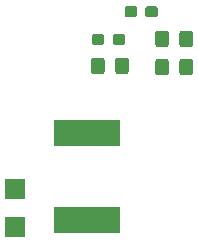
<source format=gbr>
G04 #@! TF.GenerationSoftware,KiCad,Pcbnew,(5.0.0-3-g5ebb6b6)*
G04 #@! TF.CreationDate,2019-01-13T20:11:43-05:00*
G04 #@! TF.ProjectId,phone_charger,70686F6E655F636861726765722E6B69,2*
G04 #@! TF.SameCoordinates,Original*
G04 #@! TF.FileFunction,Paste,Bot*
G04 #@! TF.FilePolarity,Positive*
%FSLAX46Y46*%
G04 Gerber Fmt 4.6, Leading zero omitted, Abs format (unit mm)*
G04 Created by KiCad (PCBNEW (5.0.0-3-g5ebb6b6)) date Sunday, January 13, 2019 at 08:11:43 PM*
%MOMM*%
%LPD*%
G01*
G04 APERTURE LIST*
%ADD10R,1.800000X1.800000*%
%ADD11C,0.100000*%
%ADD12C,0.950000*%
%ADD13C,1.150000*%
%ADD14R,5.600000X2.300000*%
G04 APERTURE END LIST*
D10*
G04 #@! TO.C,D2*
X90322400Y-82245200D03*
X90322400Y-79045200D03*
G04 #@! TD*
D11*
G04 #@! TO.C,R7*
G36*
X102158579Y-63584944D02*
X102181634Y-63588363D01*
X102204243Y-63594027D01*
X102226187Y-63601879D01*
X102247257Y-63611844D01*
X102267248Y-63623826D01*
X102285968Y-63637710D01*
X102303238Y-63653362D01*
X102318890Y-63670632D01*
X102332774Y-63689352D01*
X102344756Y-63709343D01*
X102354721Y-63730413D01*
X102362573Y-63752357D01*
X102368237Y-63774966D01*
X102371656Y-63798021D01*
X102372800Y-63821300D01*
X102372800Y-64296300D01*
X102371656Y-64319579D01*
X102368237Y-64342634D01*
X102362573Y-64365243D01*
X102354721Y-64387187D01*
X102344756Y-64408257D01*
X102332774Y-64428248D01*
X102318890Y-64446968D01*
X102303238Y-64464238D01*
X102285968Y-64479890D01*
X102267248Y-64493774D01*
X102247257Y-64505756D01*
X102226187Y-64515721D01*
X102204243Y-64523573D01*
X102181634Y-64529237D01*
X102158579Y-64532656D01*
X102135300Y-64533800D01*
X101560300Y-64533800D01*
X101537021Y-64532656D01*
X101513966Y-64529237D01*
X101491357Y-64523573D01*
X101469413Y-64515721D01*
X101448343Y-64505756D01*
X101428352Y-64493774D01*
X101409632Y-64479890D01*
X101392362Y-64464238D01*
X101376710Y-64446968D01*
X101362826Y-64428248D01*
X101350844Y-64408257D01*
X101340879Y-64387187D01*
X101333027Y-64365243D01*
X101327363Y-64342634D01*
X101323944Y-64319579D01*
X101322800Y-64296300D01*
X101322800Y-63821300D01*
X101323944Y-63798021D01*
X101327363Y-63774966D01*
X101333027Y-63752357D01*
X101340879Y-63730413D01*
X101350844Y-63709343D01*
X101362826Y-63689352D01*
X101376710Y-63670632D01*
X101392362Y-63653362D01*
X101409632Y-63637710D01*
X101428352Y-63623826D01*
X101448343Y-63611844D01*
X101469413Y-63601879D01*
X101491357Y-63594027D01*
X101513966Y-63588363D01*
X101537021Y-63584944D01*
X101560300Y-63583800D01*
X102135300Y-63583800D01*
X102158579Y-63584944D01*
X102158579Y-63584944D01*
G37*
D12*
X101847800Y-64058800D03*
D11*
G36*
X100408579Y-63584944D02*
X100431634Y-63588363D01*
X100454243Y-63594027D01*
X100476187Y-63601879D01*
X100497257Y-63611844D01*
X100517248Y-63623826D01*
X100535968Y-63637710D01*
X100553238Y-63653362D01*
X100568890Y-63670632D01*
X100582774Y-63689352D01*
X100594756Y-63709343D01*
X100604721Y-63730413D01*
X100612573Y-63752357D01*
X100618237Y-63774966D01*
X100621656Y-63798021D01*
X100622800Y-63821300D01*
X100622800Y-64296300D01*
X100621656Y-64319579D01*
X100618237Y-64342634D01*
X100612573Y-64365243D01*
X100604721Y-64387187D01*
X100594756Y-64408257D01*
X100582774Y-64428248D01*
X100568890Y-64446968D01*
X100553238Y-64464238D01*
X100535968Y-64479890D01*
X100517248Y-64493774D01*
X100497257Y-64505756D01*
X100476187Y-64515721D01*
X100454243Y-64523573D01*
X100431634Y-64529237D01*
X100408579Y-64532656D01*
X100385300Y-64533800D01*
X99810300Y-64533800D01*
X99787021Y-64532656D01*
X99763966Y-64529237D01*
X99741357Y-64523573D01*
X99719413Y-64515721D01*
X99698343Y-64505756D01*
X99678352Y-64493774D01*
X99659632Y-64479890D01*
X99642362Y-64464238D01*
X99626710Y-64446968D01*
X99612826Y-64428248D01*
X99600844Y-64408257D01*
X99590879Y-64387187D01*
X99583027Y-64365243D01*
X99577363Y-64342634D01*
X99573944Y-64319579D01*
X99572800Y-64296300D01*
X99572800Y-63821300D01*
X99573944Y-63798021D01*
X99577363Y-63774966D01*
X99583027Y-63752357D01*
X99590879Y-63730413D01*
X99600844Y-63709343D01*
X99612826Y-63689352D01*
X99626710Y-63670632D01*
X99642362Y-63653362D01*
X99659632Y-63637710D01*
X99678352Y-63623826D01*
X99698343Y-63611844D01*
X99719413Y-63601879D01*
X99741357Y-63594027D01*
X99763966Y-63588363D01*
X99787021Y-63584944D01*
X99810300Y-63583800D01*
X100385300Y-63583800D01*
X100408579Y-63584944D01*
X100408579Y-63584944D01*
G37*
D12*
X100097800Y-64058800D03*
G04 #@! TD*
D11*
G04 #@! TO.C,R5*
G36*
X99399779Y-65921744D02*
X99422834Y-65925163D01*
X99445443Y-65930827D01*
X99467387Y-65938679D01*
X99488457Y-65948644D01*
X99508448Y-65960626D01*
X99527168Y-65974510D01*
X99544438Y-65990162D01*
X99560090Y-66007432D01*
X99573974Y-66026152D01*
X99585956Y-66046143D01*
X99595921Y-66067213D01*
X99603773Y-66089157D01*
X99609437Y-66111766D01*
X99612856Y-66134821D01*
X99614000Y-66158100D01*
X99614000Y-66633100D01*
X99612856Y-66656379D01*
X99609437Y-66679434D01*
X99603773Y-66702043D01*
X99595921Y-66723987D01*
X99585956Y-66745057D01*
X99573974Y-66765048D01*
X99560090Y-66783768D01*
X99544438Y-66801038D01*
X99527168Y-66816690D01*
X99508448Y-66830574D01*
X99488457Y-66842556D01*
X99467387Y-66852521D01*
X99445443Y-66860373D01*
X99422834Y-66866037D01*
X99399779Y-66869456D01*
X99376500Y-66870600D01*
X98801500Y-66870600D01*
X98778221Y-66869456D01*
X98755166Y-66866037D01*
X98732557Y-66860373D01*
X98710613Y-66852521D01*
X98689543Y-66842556D01*
X98669552Y-66830574D01*
X98650832Y-66816690D01*
X98633562Y-66801038D01*
X98617910Y-66783768D01*
X98604026Y-66765048D01*
X98592044Y-66745057D01*
X98582079Y-66723987D01*
X98574227Y-66702043D01*
X98568563Y-66679434D01*
X98565144Y-66656379D01*
X98564000Y-66633100D01*
X98564000Y-66158100D01*
X98565144Y-66134821D01*
X98568563Y-66111766D01*
X98574227Y-66089157D01*
X98582079Y-66067213D01*
X98592044Y-66046143D01*
X98604026Y-66026152D01*
X98617910Y-66007432D01*
X98633562Y-65990162D01*
X98650832Y-65974510D01*
X98669552Y-65960626D01*
X98689543Y-65948644D01*
X98710613Y-65938679D01*
X98732557Y-65930827D01*
X98755166Y-65925163D01*
X98778221Y-65921744D01*
X98801500Y-65920600D01*
X99376500Y-65920600D01*
X99399779Y-65921744D01*
X99399779Y-65921744D01*
G37*
D12*
X99089000Y-66395600D03*
D11*
G36*
X97649779Y-65921744D02*
X97672834Y-65925163D01*
X97695443Y-65930827D01*
X97717387Y-65938679D01*
X97738457Y-65948644D01*
X97758448Y-65960626D01*
X97777168Y-65974510D01*
X97794438Y-65990162D01*
X97810090Y-66007432D01*
X97823974Y-66026152D01*
X97835956Y-66046143D01*
X97845921Y-66067213D01*
X97853773Y-66089157D01*
X97859437Y-66111766D01*
X97862856Y-66134821D01*
X97864000Y-66158100D01*
X97864000Y-66633100D01*
X97862856Y-66656379D01*
X97859437Y-66679434D01*
X97853773Y-66702043D01*
X97845921Y-66723987D01*
X97835956Y-66745057D01*
X97823974Y-66765048D01*
X97810090Y-66783768D01*
X97794438Y-66801038D01*
X97777168Y-66816690D01*
X97758448Y-66830574D01*
X97738457Y-66842556D01*
X97717387Y-66852521D01*
X97695443Y-66860373D01*
X97672834Y-66866037D01*
X97649779Y-66869456D01*
X97626500Y-66870600D01*
X97051500Y-66870600D01*
X97028221Y-66869456D01*
X97005166Y-66866037D01*
X96982557Y-66860373D01*
X96960613Y-66852521D01*
X96939543Y-66842556D01*
X96919552Y-66830574D01*
X96900832Y-66816690D01*
X96883562Y-66801038D01*
X96867910Y-66783768D01*
X96854026Y-66765048D01*
X96842044Y-66745057D01*
X96832079Y-66723987D01*
X96824227Y-66702043D01*
X96818563Y-66679434D01*
X96815144Y-66656379D01*
X96814000Y-66633100D01*
X96814000Y-66158100D01*
X96815144Y-66134821D01*
X96818563Y-66111766D01*
X96824227Y-66089157D01*
X96832079Y-66067213D01*
X96842044Y-66046143D01*
X96854026Y-66026152D01*
X96867910Y-66007432D01*
X96883562Y-65990162D01*
X96900832Y-65974510D01*
X96919552Y-65960626D01*
X96939543Y-65948644D01*
X96960613Y-65938679D01*
X96982557Y-65930827D01*
X97005166Y-65925163D01*
X97028221Y-65921744D01*
X97051500Y-65920600D01*
X97626500Y-65920600D01*
X97649779Y-65921744D01*
X97649779Y-65921744D01*
G37*
D12*
X97339000Y-66395600D03*
G04 #@! TD*
D11*
G04 #@! TO.C,R6*
G36*
X105137305Y-65646004D02*
X105161573Y-65649604D01*
X105185372Y-65655565D01*
X105208471Y-65663830D01*
X105230650Y-65674320D01*
X105251693Y-65686932D01*
X105271399Y-65701547D01*
X105289577Y-65718023D01*
X105306053Y-65736201D01*
X105320668Y-65755907D01*
X105333280Y-65776950D01*
X105343770Y-65799129D01*
X105352035Y-65822228D01*
X105357996Y-65846027D01*
X105361596Y-65870295D01*
X105362800Y-65894799D01*
X105362800Y-66794801D01*
X105361596Y-66819305D01*
X105357996Y-66843573D01*
X105352035Y-66867372D01*
X105343770Y-66890471D01*
X105333280Y-66912650D01*
X105320668Y-66933693D01*
X105306053Y-66953399D01*
X105289577Y-66971577D01*
X105271399Y-66988053D01*
X105251693Y-67002668D01*
X105230650Y-67015280D01*
X105208471Y-67025770D01*
X105185372Y-67034035D01*
X105161573Y-67039996D01*
X105137305Y-67043596D01*
X105112801Y-67044800D01*
X104462799Y-67044800D01*
X104438295Y-67043596D01*
X104414027Y-67039996D01*
X104390228Y-67034035D01*
X104367129Y-67025770D01*
X104344950Y-67015280D01*
X104323907Y-67002668D01*
X104304201Y-66988053D01*
X104286023Y-66971577D01*
X104269547Y-66953399D01*
X104254932Y-66933693D01*
X104242320Y-66912650D01*
X104231830Y-66890471D01*
X104223565Y-66867372D01*
X104217604Y-66843573D01*
X104214004Y-66819305D01*
X104212800Y-66794801D01*
X104212800Y-65894799D01*
X104214004Y-65870295D01*
X104217604Y-65846027D01*
X104223565Y-65822228D01*
X104231830Y-65799129D01*
X104242320Y-65776950D01*
X104254932Y-65755907D01*
X104269547Y-65736201D01*
X104286023Y-65718023D01*
X104304201Y-65701547D01*
X104323907Y-65686932D01*
X104344950Y-65674320D01*
X104367129Y-65663830D01*
X104390228Y-65655565D01*
X104414027Y-65649604D01*
X104438295Y-65646004D01*
X104462799Y-65644800D01*
X105112801Y-65644800D01*
X105137305Y-65646004D01*
X105137305Y-65646004D01*
G37*
D13*
X104787800Y-66344800D03*
D11*
G36*
X103087305Y-65646004D02*
X103111573Y-65649604D01*
X103135372Y-65655565D01*
X103158471Y-65663830D01*
X103180650Y-65674320D01*
X103201693Y-65686932D01*
X103221399Y-65701547D01*
X103239577Y-65718023D01*
X103256053Y-65736201D01*
X103270668Y-65755907D01*
X103283280Y-65776950D01*
X103293770Y-65799129D01*
X103302035Y-65822228D01*
X103307996Y-65846027D01*
X103311596Y-65870295D01*
X103312800Y-65894799D01*
X103312800Y-66794801D01*
X103311596Y-66819305D01*
X103307996Y-66843573D01*
X103302035Y-66867372D01*
X103293770Y-66890471D01*
X103283280Y-66912650D01*
X103270668Y-66933693D01*
X103256053Y-66953399D01*
X103239577Y-66971577D01*
X103221399Y-66988053D01*
X103201693Y-67002668D01*
X103180650Y-67015280D01*
X103158471Y-67025770D01*
X103135372Y-67034035D01*
X103111573Y-67039996D01*
X103087305Y-67043596D01*
X103062801Y-67044800D01*
X102412799Y-67044800D01*
X102388295Y-67043596D01*
X102364027Y-67039996D01*
X102340228Y-67034035D01*
X102317129Y-67025770D01*
X102294950Y-67015280D01*
X102273907Y-67002668D01*
X102254201Y-66988053D01*
X102236023Y-66971577D01*
X102219547Y-66953399D01*
X102204932Y-66933693D01*
X102192320Y-66912650D01*
X102181830Y-66890471D01*
X102173565Y-66867372D01*
X102167604Y-66843573D01*
X102164004Y-66819305D01*
X102162800Y-66794801D01*
X102162800Y-65894799D01*
X102164004Y-65870295D01*
X102167604Y-65846027D01*
X102173565Y-65822228D01*
X102181830Y-65799129D01*
X102192320Y-65776950D01*
X102204932Y-65755907D01*
X102219547Y-65736201D01*
X102236023Y-65718023D01*
X102254201Y-65701547D01*
X102273907Y-65686932D01*
X102294950Y-65674320D01*
X102317129Y-65663830D01*
X102340228Y-65655565D01*
X102364027Y-65649604D01*
X102388295Y-65646004D01*
X102412799Y-65644800D01*
X103062801Y-65644800D01*
X103087305Y-65646004D01*
X103087305Y-65646004D01*
G37*
D13*
X102737800Y-66344800D03*
G04 #@! TD*
D11*
G04 #@! TO.C,R4*
G36*
X105137305Y-68033604D02*
X105161573Y-68037204D01*
X105185372Y-68043165D01*
X105208471Y-68051430D01*
X105230650Y-68061920D01*
X105251693Y-68074532D01*
X105271399Y-68089147D01*
X105289577Y-68105623D01*
X105306053Y-68123801D01*
X105320668Y-68143507D01*
X105333280Y-68164550D01*
X105343770Y-68186729D01*
X105352035Y-68209828D01*
X105357996Y-68233627D01*
X105361596Y-68257895D01*
X105362800Y-68282399D01*
X105362800Y-69182401D01*
X105361596Y-69206905D01*
X105357996Y-69231173D01*
X105352035Y-69254972D01*
X105343770Y-69278071D01*
X105333280Y-69300250D01*
X105320668Y-69321293D01*
X105306053Y-69340999D01*
X105289577Y-69359177D01*
X105271399Y-69375653D01*
X105251693Y-69390268D01*
X105230650Y-69402880D01*
X105208471Y-69413370D01*
X105185372Y-69421635D01*
X105161573Y-69427596D01*
X105137305Y-69431196D01*
X105112801Y-69432400D01*
X104462799Y-69432400D01*
X104438295Y-69431196D01*
X104414027Y-69427596D01*
X104390228Y-69421635D01*
X104367129Y-69413370D01*
X104344950Y-69402880D01*
X104323907Y-69390268D01*
X104304201Y-69375653D01*
X104286023Y-69359177D01*
X104269547Y-69340999D01*
X104254932Y-69321293D01*
X104242320Y-69300250D01*
X104231830Y-69278071D01*
X104223565Y-69254972D01*
X104217604Y-69231173D01*
X104214004Y-69206905D01*
X104212800Y-69182401D01*
X104212800Y-68282399D01*
X104214004Y-68257895D01*
X104217604Y-68233627D01*
X104223565Y-68209828D01*
X104231830Y-68186729D01*
X104242320Y-68164550D01*
X104254932Y-68143507D01*
X104269547Y-68123801D01*
X104286023Y-68105623D01*
X104304201Y-68089147D01*
X104323907Y-68074532D01*
X104344950Y-68061920D01*
X104367129Y-68051430D01*
X104390228Y-68043165D01*
X104414027Y-68037204D01*
X104438295Y-68033604D01*
X104462799Y-68032400D01*
X105112801Y-68032400D01*
X105137305Y-68033604D01*
X105137305Y-68033604D01*
G37*
D13*
X104787800Y-68732400D03*
D11*
G36*
X103087305Y-68033604D02*
X103111573Y-68037204D01*
X103135372Y-68043165D01*
X103158471Y-68051430D01*
X103180650Y-68061920D01*
X103201693Y-68074532D01*
X103221399Y-68089147D01*
X103239577Y-68105623D01*
X103256053Y-68123801D01*
X103270668Y-68143507D01*
X103283280Y-68164550D01*
X103293770Y-68186729D01*
X103302035Y-68209828D01*
X103307996Y-68233627D01*
X103311596Y-68257895D01*
X103312800Y-68282399D01*
X103312800Y-69182401D01*
X103311596Y-69206905D01*
X103307996Y-69231173D01*
X103302035Y-69254972D01*
X103293770Y-69278071D01*
X103283280Y-69300250D01*
X103270668Y-69321293D01*
X103256053Y-69340999D01*
X103239577Y-69359177D01*
X103221399Y-69375653D01*
X103201693Y-69390268D01*
X103180650Y-69402880D01*
X103158471Y-69413370D01*
X103135372Y-69421635D01*
X103111573Y-69427596D01*
X103087305Y-69431196D01*
X103062801Y-69432400D01*
X102412799Y-69432400D01*
X102388295Y-69431196D01*
X102364027Y-69427596D01*
X102340228Y-69421635D01*
X102317129Y-69413370D01*
X102294950Y-69402880D01*
X102273907Y-69390268D01*
X102254201Y-69375653D01*
X102236023Y-69359177D01*
X102219547Y-69340999D01*
X102204932Y-69321293D01*
X102192320Y-69300250D01*
X102181830Y-69278071D01*
X102173565Y-69254972D01*
X102167604Y-69231173D01*
X102164004Y-69206905D01*
X102162800Y-69182401D01*
X102162800Y-68282399D01*
X102164004Y-68257895D01*
X102167604Y-68233627D01*
X102173565Y-68209828D01*
X102181830Y-68186729D01*
X102192320Y-68164550D01*
X102204932Y-68143507D01*
X102219547Y-68123801D01*
X102236023Y-68105623D01*
X102254201Y-68089147D01*
X102273907Y-68074532D01*
X102294950Y-68061920D01*
X102317129Y-68051430D01*
X102340228Y-68043165D01*
X102364027Y-68037204D01*
X102388295Y-68033604D01*
X102412799Y-68032400D01*
X103062801Y-68032400D01*
X103087305Y-68033604D01*
X103087305Y-68033604D01*
G37*
D13*
X102737800Y-68732400D03*
G04 #@! TD*
D11*
G04 #@! TO.C,R3*
G36*
X99701705Y-67932004D02*
X99725973Y-67935604D01*
X99749772Y-67941565D01*
X99772871Y-67949830D01*
X99795050Y-67960320D01*
X99816093Y-67972932D01*
X99835799Y-67987547D01*
X99853977Y-68004023D01*
X99870453Y-68022201D01*
X99885068Y-68041907D01*
X99897680Y-68062950D01*
X99908170Y-68085129D01*
X99916435Y-68108228D01*
X99922396Y-68132027D01*
X99925996Y-68156295D01*
X99927200Y-68180799D01*
X99927200Y-69080801D01*
X99925996Y-69105305D01*
X99922396Y-69129573D01*
X99916435Y-69153372D01*
X99908170Y-69176471D01*
X99897680Y-69198650D01*
X99885068Y-69219693D01*
X99870453Y-69239399D01*
X99853977Y-69257577D01*
X99835799Y-69274053D01*
X99816093Y-69288668D01*
X99795050Y-69301280D01*
X99772871Y-69311770D01*
X99749772Y-69320035D01*
X99725973Y-69325996D01*
X99701705Y-69329596D01*
X99677201Y-69330800D01*
X99027199Y-69330800D01*
X99002695Y-69329596D01*
X98978427Y-69325996D01*
X98954628Y-69320035D01*
X98931529Y-69311770D01*
X98909350Y-69301280D01*
X98888307Y-69288668D01*
X98868601Y-69274053D01*
X98850423Y-69257577D01*
X98833947Y-69239399D01*
X98819332Y-69219693D01*
X98806720Y-69198650D01*
X98796230Y-69176471D01*
X98787965Y-69153372D01*
X98782004Y-69129573D01*
X98778404Y-69105305D01*
X98777200Y-69080801D01*
X98777200Y-68180799D01*
X98778404Y-68156295D01*
X98782004Y-68132027D01*
X98787965Y-68108228D01*
X98796230Y-68085129D01*
X98806720Y-68062950D01*
X98819332Y-68041907D01*
X98833947Y-68022201D01*
X98850423Y-68004023D01*
X98868601Y-67987547D01*
X98888307Y-67972932D01*
X98909350Y-67960320D01*
X98931529Y-67949830D01*
X98954628Y-67941565D01*
X98978427Y-67935604D01*
X99002695Y-67932004D01*
X99027199Y-67930800D01*
X99677201Y-67930800D01*
X99701705Y-67932004D01*
X99701705Y-67932004D01*
G37*
D13*
X99352200Y-68630800D03*
D11*
G36*
X97651705Y-67932004D02*
X97675973Y-67935604D01*
X97699772Y-67941565D01*
X97722871Y-67949830D01*
X97745050Y-67960320D01*
X97766093Y-67972932D01*
X97785799Y-67987547D01*
X97803977Y-68004023D01*
X97820453Y-68022201D01*
X97835068Y-68041907D01*
X97847680Y-68062950D01*
X97858170Y-68085129D01*
X97866435Y-68108228D01*
X97872396Y-68132027D01*
X97875996Y-68156295D01*
X97877200Y-68180799D01*
X97877200Y-69080801D01*
X97875996Y-69105305D01*
X97872396Y-69129573D01*
X97866435Y-69153372D01*
X97858170Y-69176471D01*
X97847680Y-69198650D01*
X97835068Y-69219693D01*
X97820453Y-69239399D01*
X97803977Y-69257577D01*
X97785799Y-69274053D01*
X97766093Y-69288668D01*
X97745050Y-69301280D01*
X97722871Y-69311770D01*
X97699772Y-69320035D01*
X97675973Y-69325996D01*
X97651705Y-69329596D01*
X97627201Y-69330800D01*
X96977199Y-69330800D01*
X96952695Y-69329596D01*
X96928427Y-69325996D01*
X96904628Y-69320035D01*
X96881529Y-69311770D01*
X96859350Y-69301280D01*
X96838307Y-69288668D01*
X96818601Y-69274053D01*
X96800423Y-69257577D01*
X96783947Y-69239399D01*
X96769332Y-69219693D01*
X96756720Y-69198650D01*
X96746230Y-69176471D01*
X96737965Y-69153372D01*
X96732004Y-69129573D01*
X96728404Y-69105305D01*
X96727200Y-69080801D01*
X96727200Y-68180799D01*
X96728404Y-68156295D01*
X96732004Y-68132027D01*
X96737965Y-68108228D01*
X96746230Y-68085129D01*
X96756720Y-68062950D01*
X96769332Y-68041907D01*
X96783947Y-68022201D01*
X96800423Y-68004023D01*
X96818601Y-67987547D01*
X96838307Y-67972932D01*
X96859350Y-67960320D01*
X96881529Y-67949830D01*
X96904628Y-67941565D01*
X96928427Y-67935604D01*
X96952695Y-67932004D01*
X96977199Y-67930800D01*
X97627201Y-67930800D01*
X97651705Y-67932004D01*
X97651705Y-67932004D01*
G37*
D13*
X97302200Y-68630800D03*
G04 #@! TD*
D14*
G04 #@! TO.C,F1*
X96367600Y-81720400D03*
X96367600Y-74320400D03*
G04 #@! TD*
M02*

</source>
